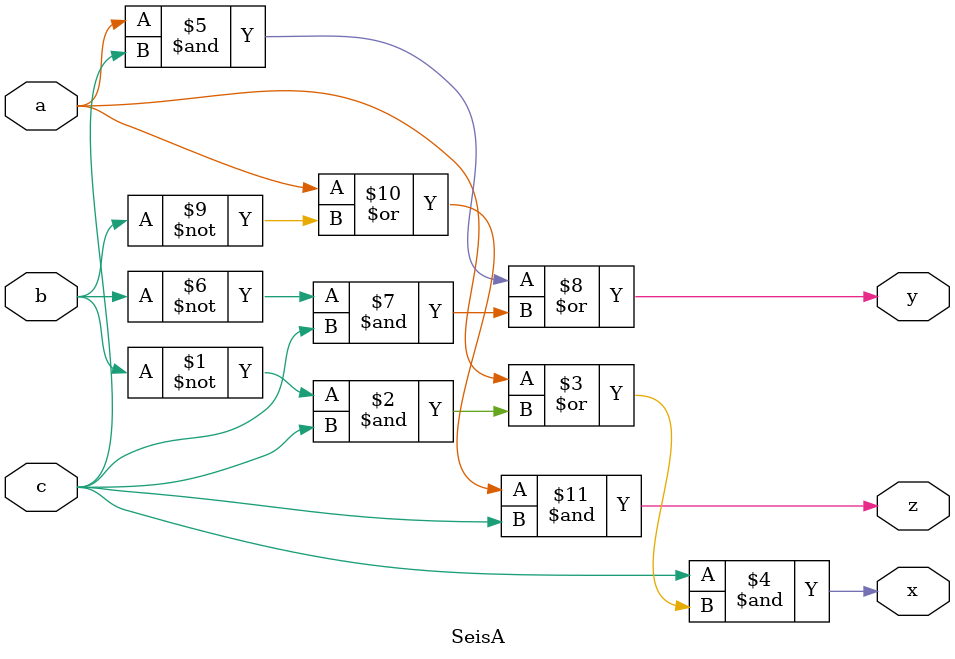
<source format=v>
module SeisA (
    input wire a,
    input wire b,
    input wire c,
    output wire x,
    output wire y,
    output wire z
);
    
assign x = c & (a | (~b & c));
assign y = (a & c) | (~b & c);
assign z = (a | ~b) & c;

endmodule
</source>
